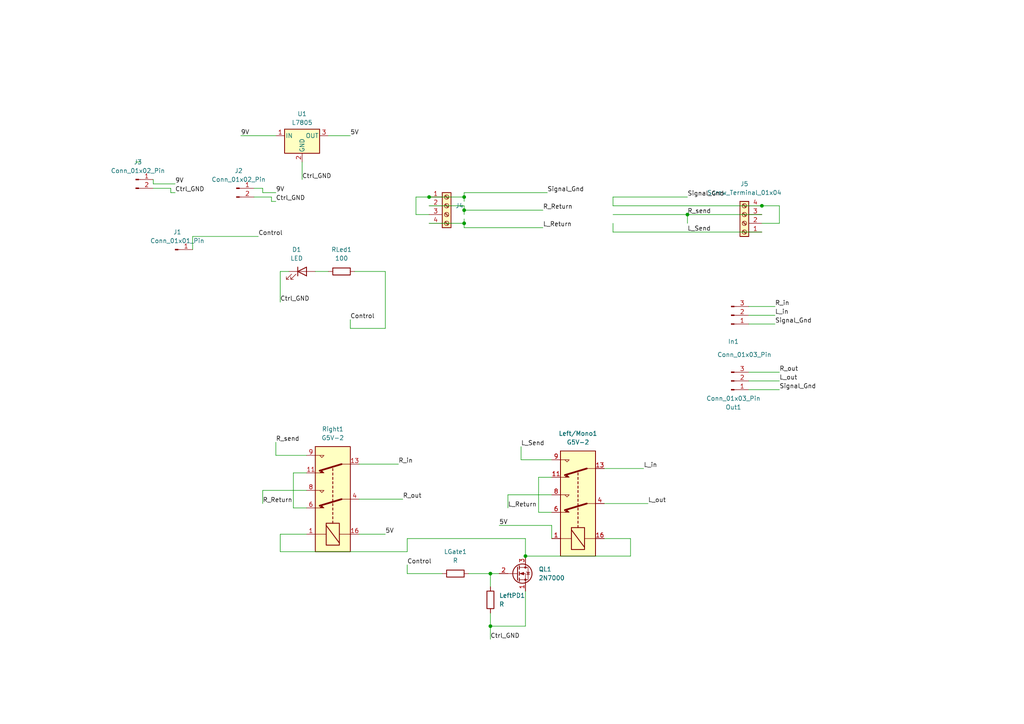
<source format=kicad_sch>
(kicad_sch (version 20230121) (generator eeschema)
  (paper "A4")
  (lib_symbols
    (symbol "Connector:Conn_01x01_Pin" (pin_names (offset 1.016) hide)
      (property "Reference" "J" (at 0 2.54 0))
      (property "Value" "Conn_01x01_Pin" (at 0 -2.54 0))
      (symbol "Conn_01x01_Pin_1_1"
        (polyline (pts (xy 1.27 0) (xy 0.8636 0)) (stroke (width 0.1524)))
        (rectangle (start 0.8636 0.127) (end 0 -0.127) (stroke (width 0.1524)) (fill (type outline)))
        (pin passive line (at 5.08 0 180) (length 3.81) (name "Pin_1") (number "1"))
      )
    )
    (symbol "Connector:Conn_01x02_Pin" (pin_names (offset 1.016) hide)
      (property "Reference" "J" (at 0 2.54 0))
      (property "Value" "Conn_01x02_Pin" (at 0 -5.08 0))
      (symbol "Conn_01x02_Pin_1_1"
        (polyline (pts (xy 1.27 -2.54) (xy 0.8636 -2.54)) (stroke (width 0.1524)))
        (polyline (pts (xy 1.27 0) (xy 0.8636 0)) (stroke (width 0.1524)))
        (rectangle (start 0.8636 -2.413) (end 0 -2.667) (stroke (width 0.1524)) (fill (type outline)))
        (rectangle (start 0.8636 0.127) (end 0 -0.127) (stroke (width 0.1524)) (fill (type outline)))
        (pin passive line (at 5.08 0 180) (length 3.81) (name "Pin_1") (number "1"))
        (pin passive line (at 5.08 -2.54 180) (length 3.81) (name "Pin_2") (number "2"))
      )
    )
    (symbol "Connector:Conn_01x03_Pin" (pin_names (offset 1.016) hide)
      (property "Reference" "J" (at 0 5.08 0))
      (property "Value" "Conn_01x03_Pin" (at 0 -5.08 0))
      (symbol "Conn_01x03_Pin_1_1"
        (polyline (pts (xy 1.27 -2.54) (xy 0.8636 -2.54)) (stroke (width 0.1524)))
        (polyline (pts (xy 1.27 0) (xy 0.8636 0)) (stroke (width 0.1524)))
        (polyline (pts (xy 1.27 2.54) (xy 0.8636 2.54)) (stroke (width 0.1524)))
        (rectangle (start 0.8636 -2.413) (end 0 -2.667) (stroke (width 0.1524)) (fill (type outline)))
        (rectangle (start 0.8636 0.127) (end 0 -0.127) (stroke (width 0.1524)) (fill (type outline)))
        (rectangle (start 0.8636 2.667) (end 0 2.413) (stroke (width 0.1524)) (fill (type outline)))
        (pin passive line (at 5.08 2.54 180) (length 3.81) (name "Pin_1") (number "1"))
        (pin passive line (at 5.08 0 180) (length 3.81) (name "Pin_2") (number "2"))
        (pin passive line (at 5.08 -2.54 180) (length 3.81) (name "Pin_3") (number "3"))
      )
    )
    (symbol "Connector:Screw_Terminal_01x04" (pin_names (offset 1.016) hide)
      (property "Reference" "J" (at 0 5.08 0))
      (property "Value" "Screw_Terminal_01x04" (at 0 -7.62 0))
      (symbol "Screw_Terminal_01x04_1_1"
        (rectangle (start -1.27 3.81) (end 1.27 -6.35) (stroke (width 0.254)) (fill (type background)))
        (circle (center 0 -5.08) (radius 0.635) (stroke (width 0.1524)))
        (circle (center 0 -2.54) (radius 0.635) (stroke (width 0.1524)))
        (polyline (pts (xy -0.5334 -4.7498) (xy 0.3302 -5.588)) (stroke (width 0.1524)))
        (polyline (pts (xy -0.5334 -2.2098) (xy 0.3302 -3.048)) (stroke (width 0.1524)))
        (polyline (pts (xy -0.5334 0.3302) (xy 0.3302 -0.508)) (stroke (width 0.1524)))
        (polyline (pts (xy -0.5334 2.8702) (xy 0.3302 2.032)) (stroke (width 0.1524)))
        (polyline (pts (xy -0.3556 -4.572) (xy 0.508 -5.4102)) (stroke (width 0.1524)))
        (polyline (pts (xy -0.3556 -2.032) (xy 0.508 -2.8702)) (stroke (width 0.1524)))
        (polyline (pts (xy -0.3556 0.508) (xy 0.508 -0.3302)) (stroke (width 0.1524)))
        (polyline (pts (xy -0.3556 3.048) (xy 0.508 2.2098)) (stroke (width 0.1524)))
        (circle (center 0 0) (radius 0.635) (stroke (width 0.1524)))
        (circle (center 0 2.54) (radius 0.635) (stroke (width 0.1524)))
        (pin passive line (at -5.08 2.54 0) (length 3.81) (name "Pin_1") (number "1"))
        (pin passive line (at -5.08 0 0) (length 3.81) (name "Pin_2") (number "2"))
        (pin passive line (at -5.08 -2.54 0) (length 3.81) (name "Pin_3") (number "3"))
        (pin passive line (at -5.08 -5.08 0) (length 3.81) (name "Pin_4") (number "4"))
      )
    )
    (symbol "Device:LED" (pin_numbers hide) (pin_names (offset 1.016) hide)
      (property "Reference" "D" (at 0 2.54 0))
      (property "Value" "LED" (at 0 -2.54 0))
      (symbol "LED_0_1"
        (polyline (pts (xy -1.27 -1.27) (xy -1.27 1.27)) (stroke (width 0.254)))
        (polyline (pts (xy -1.27 0) (xy 1.27 0)))
        (polyline (pts (xy 1.27 -1.27) (xy 1.27 1.27) (xy -1.27 0) (xy 1.27 -1.27)) (stroke (width 0.254)))
        (polyline (pts (xy -3.048 -0.762) (xy -4.572 -2.286) (xy -3.81 -2.286) (xy -4.572 -2.286) (xy -4.572 -1.524)))
        (polyline (pts (xy -1.778 -0.762) (xy -3.302 -2.286) (xy -2.54 -2.286) (xy -3.302 -2.286) (xy -3.302 -1.524)))
      )
      (symbol "LED_1_1"
        (pin passive line (at -3.81 0 0) (length 2.54) (name "K") (number "1"))
        (pin passive line (at 3.81 0 180) (length 2.54) (name "A") (number "2"))
      )
    )
    (symbol "Device:R" (pin_numbers hide) (pin_names (offset 0))
      (property "Reference" "R" (at 2.032 0 90))
      (property "Value" "R" (at 0 0 90))
      (symbol "R_0_1"
        (rectangle (start -1.016 -2.54) (end 1.016 2.54) (stroke (width 0.254)))
      )
      (symbol "R_1_1"
        (pin passive line (at 0 3.81 270) (length 1.27) (name "~") (number "1"))
        (pin passive line (at 0 -3.81 90) (length 1.27) (name "~") (number "2"))
      )
    )
    (symbol "Regulator_Linear:L7805" (pin_names (offset 0.254))
      (property "Reference" "U" (at -3.81 3.175 0))
      (property "Value" "L7805" (at 0 3.175 0))
      (symbol "L7805_0_1"
        (rectangle (start -5.08 1.905) (end 5.08 -5.08) (stroke (width 0.254)) (fill (type background)))
      )
      (symbol "L7805_1_1"
        (pin power_in line (at -7.62 0 0) (length 2.54) (name "IN") (number "1"))
        (pin power_in line (at 0 -7.62 90) (length 2.54) (name "GND") (number "2"))
        (pin power_out line (at 7.62 0 180) (length 2.54) (name "OUT") (number "3"))
      )
    )
    (symbol "Relay:G5V-2"
      (property "Reference" "K" (at 16.51 3.81 0))
      (property "Value" "G5V-2" (at 16.51 1.27 0))
      (symbol "G5V-2_0_1"
        (rectangle (start -15.24 5.08) (end 15.24 -5.08) (stroke (width 0.254)) (fill (type background)))
        (rectangle (start -13.335 1.905) (end -6.985 -1.905) (stroke (width 0.254)))
        (polyline (pts (xy -12.7 -1.905) (xy -7.62 1.905)) (stroke (width 0.254)))
        (polyline (pts (xy -10.16 -5.08) (xy -10.16 -1.905)))
        (polyline (pts (xy -10.16 5.08) (xy -10.16 1.905)))
        (polyline (pts (xy -6.985 0) (xy -6.35 0)) (stroke (width 0.254)))
        (polyline (pts (xy -5.715 0) (xy -5.08 0)) (stroke (width 0.254)))
        (polyline (pts (xy -4.445 0) (xy -3.81 0)) (stroke (width 0.254)))
        (polyline (pts (xy -3.175 0) (xy -2.54 0)) (stroke (width 0.254)))
        (polyline (pts (xy -1.905 0) (xy -1.27 0)) (stroke (width 0.254)))
        (polyline (pts (xy -0.635 0) (xy 0 0)) (stroke (width 0.254)))
        (polyline (pts (xy 0 -2.54) (xy -1.905 3.81)) (stroke (width 0.508)))
        (polyline (pts (xy 0 -2.54) (xy 0 -5.08)))
        (polyline (pts (xy 0.635 0) (xy 1.27 0)) (stroke (width 0.254)))
        (polyline (pts (xy 1.905 0) (xy 2.54 0)) (stroke (width 0.254)))
        (polyline (pts (xy 3.175 0) (xy 3.81 0)) (stroke (width 0.254)))
        (polyline (pts (xy 4.445 0) (xy 5.08 0)) (stroke (width 0.254)))
        (polyline (pts (xy 5.715 0) (xy 6.35 0)) (stroke (width 0.254)))
        (polyline (pts (xy 6.985 0) (xy 7.62 0)) (stroke (width 0.254)))
        (polyline (pts (xy 8.255 0) (xy 8.89 0)) (stroke (width 0.254)))
        (polyline (pts (xy 10.16 -2.54) (xy 8.255 3.81)) (stroke (width 0.508)))
        (polyline (pts (xy 10.16 -2.54) (xy 10.16 -5.08)))
        (polyline (pts (xy -2.54 5.08) (xy -2.54 2.54) (xy -1.905 3.175) (xy -2.54 3.81)) (fill (type outline)))
        (polyline (pts (xy 2.54 5.08) (xy 2.54 2.54) (xy 1.905 3.175) (xy 2.54 3.81)))
        (polyline (pts (xy 7.62 5.08) (xy 7.62 2.54) (xy 8.255 3.175) (xy 7.62 3.81)) (fill (type outline)))
        (polyline (pts (xy 12.7 5.08) (xy 12.7 2.54) (xy 12.065 3.175) (xy 12.7 3.81)))
      )
      (symbol "G5V-2_1_1"
        (pin passive line (at -10.16 7.62 270) (length 2.54) (name "~") (number "1"))
        (pin passive line (at 7.62 7.62 270) (length 2.54) (name "~") (number "11"))
        (pin passive line (at 10.16 -7.62 90) (length 2.54) (name "~") (number "13"))
        (pin passive line (at -10.16 -7.62 90) (length 2.54) (name "~") (number "16"))
        (pin passive line (at 0 -7.62 90) (length 2.54) (name "~") (number "4"))
        (pin passive line (at -2.54 7.62 270) (length 2.54) (name "~") (number "6"))
        (pin passive line (at 2.54 7.62 270) (length 2.54) (name "~") (number "8"))
        (pin passive line (at 12.7 7.62 270) (length 2.54) (name "~") (number "9"))
      )
    )
    (symbol "Transistor_FET:2N7000" (pin_names hide)
      (property "Reference" "Q" (at 5.08 1.905 0))
      (property "Value" "2N7000" (at 5.08 0 0))
      (symbol "2N7000_0_1"
        (polyline (pts (xy 0.254 0) (xy -2.54 0)))
        (polyline (pts (xy 0.254 1.905) (xy 0.254 -1.905)) (stroke (width 0.254)))
        (polyline (pts (xy 0.762 -1.27) (xy 0.762 -2.286)) (stroke (width 0.254)))
        (polyline (pts (xy 0.762 0.508) (xy 0.762 -0.508)) (stroke (width 0.254)))
        (polyline (pts (xy 0.762 2.286) (xy 0.762 1.27)) (stroke (width 0.254)))
        (polyline (pts (xy 2.54 2.54) (xy 2.54 1.778)))
        (polyline (pts (xy 2.54 -2.54) (xy 2.54 0) (xy 0.762 0)))
        (polyline (pts (xy 0.762 -1.778) (xy 3.302 -1.778) (xy 3.302 1.778) (xy 0.762 1.778)))
        (polyline (pts (xy 1.016 0) (xy 2.032 0.381) (xy 2.032 -0.381) (xy 1.016 0)) (fill (type outline)))
        (polyline (pts (xy 2.794 0.508) (xy 2.921 0.381) (xy 3.683 0.381) (xy 3.81 0.254)))
        (polyline (pts (xy 3.302 0.381) (xy 2.921 -0.254) (xy 3.683 -0.254) (xy 3.302 0.381)))
        (circle (center 1.651 0) (radius 2.794) (stroke (width 0.254)))
        (circle (center 2.54 -1.778) (radius 0.254) (fill (type outline)))
        (circle (center 2.54 1.778) (radius 0.254) (fill (type outline)))
      )
      (symbol "2N7000_1_1"
        (pin passive line (at 2.54 -5.08 90) (length 2.54) (name "S") (number "1"))
        (pin input line (at -5.08 0 0) (length 2.54) (name "G") (number "2"))
        (pin passive line (at 2.54 5.08 270) (length 2.54) (name "D") (number "3"))
      )
    )
  )
  (junction (at 152.4 161.29))
  (junction (at 199.39 62.23))
  (junction (at 124.46 57.15))
  (junction (at 220.98 59.69))
  (junction (at 134.62 64.77))
  (junction (at 142.24 166.37))
  (junction (at 134.62 57.15))
  (junction (at 142.24 181.61))
  (junction (at 134.62 60.96))
  (wire (pts (xy 134.62 55.88) (xy 158.75 55.88)))
  (wire (pts (xy 101.6 95.25) (xy 111.76 95.25)))
  (wire (pts (xy 142.24 166.37) (xy 142.24 170.18)))
  (wire (pts (xy 118.11 166.37) (xy 128.27 166.37)))
  (wire (pts (xy 217.17 107.95) (xy 226.06 107.95)))
  (wire (pts (xy 156.21 138.43) (xy 160.02 138.43)))
  (wire (pts (xy 144.78 152.4) (xy 160.02 152.4)))
  (wire (pts (xy 118.11 163.83) (xy 118.11 166.37)))
  (wire (pts (xy 83.82 78.74) (xy 81.28 78.74)))
  (wire (pts (xy 220.98 59.69) (xy 226.06 59.69)))
  (wire (pts (xy 217.17 93.98) (xy 224.79 93.98)))
  (wire (pts (xy 124.46 59.69) (xy 134.62 59.69)))
  (wire (pts (xy 78.74 58.42) (xy 80.01 58.42)))
  (wire (pts (xy 177.8 67.31) (xy 177.8 64.77)))
  (wire (pts (xy 104.14 154.94) (xy 111.76 154.94)))
  (wire (pts (xy 134.62 63.5) (xy 134.62 64.77)))
  (wire (pts (xy 147.32 147.32) (xy 147.32 143.51)))
  (wire (pts (xy 118.11 156.21) (xy 118.11 160.02)))
  (wire (pts (xy 134.62 59.69) (xy 134.62 60.96)))
  (wire (pts (xy 50.8 53.34) (xy 44.45 53.34)))
  (wire (pts (xy 81.28 78.74) (xy 81.28 87.63)))
  (wire (pts (xy 142.24 181.61) (xy 142.24 185.42)))
  (wire (pts (xy 134.62 60.96) (xy 157.48 60.96)))
  (wire (pts (xy 101.6 92.71) (xy 101.6 95.25)))
  (wire (pts (xy 76.2 146.05) (xy 76.2 142.24)))
  (wire (pts (xy 199.39 64.77) (xy 199.39 62.23)))
  (wire (pts (xy 152.4 161.29) (xy 152.4 156.21)))
  (wire (pts (xy 134.62 64.77) (xy 134.62 66.04)))
  (wire (pts (xy 88.9 147.32) (xy 85.09 147.32)))
  (wire (pts (xy 175.26 146.05) (xy 187.96 146.05)))
  (wire (pts (xy 134.62 62.23) (xy 134.62 60.96)))
  (wire (pts (xy 80.01 132.08) (xy 80.01 128.27)))
  (wire (pts (xy 78.74 57.15) (xy 78.74 58.42)))
  (wire (pts (xy 120.65 57.15) (xy 124.46 57.15)))
  (wire (pts (xy 76.2 142.24) (xy 88.9 142.24)))
  (wire (pts (xy 104.14 144.78) (xy 116.84 144.78)))
  (wire (pts (xy 95.25 39.37) (xy 101.6 39.37)))
  (wire (pts (xy 76.2 54.61) (xy 73.66 54.61)))
  (wire (pts (xy 175.26 156.21) (xy 182.88 156.21)))
  (wire (pts (xy 104.14 134.62) (xy 115.57 134.62)))
  (wire (pts (xy 44.45 54.61) (xy 49.53 54.61)))
  (wire (pts (xy 91.44 78.74) (xy 95.25 78.74)))
  (wire (pts (xy 217.17 113.03) (xy 226.06 113.03)))
  (wire (pts (xy 111.76 95.25) (xy 111.76 78.74)))
  (wire (pts (xy 135.89 166.37) (xy 142.24 166.37)))
  (wire (pts (xy 102.87 78.74) (xy 111.76 78.74)))
  (wire (pts (xy 73.66 57.15) (xy 78.74 57.15)))
  (wire (pts (xy 177.8 57.15) (xy 199.39 57.15)))
  (wire (pts (xy 80.01 55.88) (xy 76.2 55.88)))
  (wire (pts (xy 152.4 161.29) (xy 182.88 161.29)))
  (wire (pts (xy 156.21 148.59) (xy 156.21 138.43)))
  (wire (pts (xy 142.24 166.37) (xy 144.78 166.37)))
  (wire (pts (xy 220.98 64.77) (xy 226.06 64.77)))
  (wire (pts (xy 81.28 154.94) (xy 88.9 154.94)))
  (wire (pts (xy 118.11 156.21) (xy 152.4 156.21)))
  (wire (pts (xy 152.4 181.61) (xy 142.24 181.61)))
  (wire (pts (xy 217.17 91.44) (xy 224.79 91.44)))
  (wire (pts (xy 124.46 62.23) (xy 120.65 62.23)))
  (wire (pts (xy 226.06 59.69) (xy 226.06 64.77)))
  (wire (pts (xy 87.63 46.99) (xy 87.63 52.07)))
  (wire (pts (xy 85.09 147.32) (xy 85.09 137.16)))
  (wire (pts (xy 134.62 57.15) (xy 124.46 57.15)))
  (wire (pts (xy 49.53 55.88) (xy 50.8 55.88)))
  (wire (pts (xy 39.37 46.99) (xy 40.64 46.99)))
  (wire (pts (xy 44.45 53.34) (xy 44.45 52.07)))
  (wire (pts (xy 49.53 54.61) (xy 49.53 55.88)))
  (wire (pts (xy 134.62 57.15) (xy 134.62 58.42)))
  (wire (pts (xy 177.8 62.23) (xy 199.39 62.23)))
  (wire (pts (xy 177.8 67.31) (xy 220.98 67.31)))
  (wire (pts (xy 74.93 68.58) (xy 55.88 68.58)))
  (wire (pts (xy 177.8 59.69) (xy 220.98 59.69)))
  (wire (pts (xy 217.17 88.9) (xy 224.79 88.9)))
  (wire (pts (xy 160.02 133.35) (xy 151.13 133.35)))
  (wire (pts (xy 160.02 148.59) (xy 156.21 148.59)))
  (wire (pts (xy 142.24 177.8) (xy 142.24 181.61)))
  (wire (pts (xy 152.4 171.45) (xy 152.4 181.61)))
  (wire (pts (xy 134.62 64.77) (xy 124.46 64.77)))
  (wire (pts (xy 81.28 160.02) (xy 81.28 154.94)))
  (wire (pts (xy 182.88 161.29) (xy 182.88 156.21)))
  (wire (pts (xy 69.85 39.37) (xy 80.01 39.37)))
  (wire (pts (xy 120.65 62.23) (xy 120.65 57.15)))
  (wire (pts (xy 217.17 110.49) (xy 226.06 110.49)))
  (wire (pts (xy 160.02 152.4) (xy 160.02 156.21)))
  (wire (pts (xy 55.88 68.58) (xy 55.88 72.39)))
  (wire (pts (xy 199.39 62.23) (xy 220.98 62.23)))
  (wire (pts (xy 151.13 133.35) (xy 151.13 129.54)))
  (wire (pts (xy 118.11 160.02) (xy 81.28 160.02)))
  (wire (pts (xy 88.9 132.08) (xy 80.01 132.08)))
  (wire (pts (xy 177.8 57.15) (xy 177.8 59.69)))
  (wire (pts (xy 76.2 55.88) (xy 76.2 54.61)))
  (wire (pts (xy 134.62 55.88) (xy 134.62 57.15)))
  (wire (pts (xy 85.09 137.16) (xy 88.9 137.16)))
  (wire (pts (xy 134.62 66.04) (xy 157.48 66.04)))
  (wire (pts (xy 175.26 135.89) (xy 186.69 135.89)))
  (wire (pts (xy 147.32 143.51) (xy 160.02 143.51)))
  (label "5V" (at 101.6 39.37 0))
  (label "L_Return" (at 147.32 147.32 0))
  (label "R_Return" (at 76.2 146.05 0))
  (label "9V" (at 50.8 53.34 0))
  (label "L_out" (at 226.06 110.49 0))
  (label "R_send" (at 199.39 62.23 0))
  (label "R_out" (at 226.06 107.95 0))
  (label "Control" (at 74.93 68.58 0))
  (label "L_out" (at 187.96 146.05 0))
  (label "Control" (at 101.6 92.71 0))
  (label "Signal_Gnd" (at 199.39 57.15 0))
  (label "Ctrl_GND" (at 87.63 52.07 0))
  (label "5V" (at 144.78 152.4 0))
  (label "Ctrl_GND" (at 142.24 185.42 0))
  (label "9V" (at 69.85 39.37 0))
  (label "5V" (at 111.76 154.94 0))
  (label "R_send" (at 80.01 128.27 0))
  (label "L_Return" (at 157.48 66.04 0))
  (label "Ctrl_GND" (at 81.28 87.63 0))
  (label "L_in" (at 186.69 135.89 0))
  (label "R_in" (at 115.57 134.62 0))
  (label "Ctrl_GND" (at 50.8 55.88 0))
  (label "L_in" (at 224.79 91.44 0))
  (label "Control" (at 118.11 163.83 0))
  (label "Signal_Gnd" (at 224.79 93.98 0))
  (label "Ctrl_GND" (at 80.01 58.42 0))
  (label "L_Send" (at 199.39 67.31 0))
  (label "R_out" (at 116.84 144.78 0))
  (label "Signal_Gnd" (at 226.06 113.03 0))
  (label "Signal_Gnd" (at 158.75 55.88 0))
  (label "R_in" (at 224.79 88.9 0))
  (label "L_Send" (at 151.13 129.54 0))
  (label "9V" (at 80.01 55.88 0))
  (label "R_Return" (at 157.48 60.96 0))
  (symbol (lib_id "Connector:Conn_01x01_Pin") (at 50.8 72.39 0) (unit 1)
    (property "Reference" "J1" (at 51.435 67.31 0))
    (property "Value" "Conn_01x01_Pin" (at 51.435 69.85 0))
    (property "Footprint" "Connector_PinHeader_2.54mm:PinHeader_1x01_P2.54mm_Vertical" (effects hide))
  )
  (symbol (lib_id "Device:LED") (at 87.63 78.74 0) (unit 1)
    (property "Reference" "D1" (at 86.0425 72.39 0))
    (property "Value" "LED" (at 86.0425 74.93 0))
    (property "Footprint" "LED_THT:LED_D5.0mm" (effects hide))
  )
  (symbol (lib_id "Relay:G5V-2") (at 96.52 144.78 90) (unit 1)
    (property "Reference" "Right1" (at 96.52 124.46 90))
    (property "Value" "G5V-2" (at 96.52 127 90))
    (property "Footprint" "Relay_THT:Relay_DPDT_Omron_G5V-2" (effects hide))
    (property "Datasheet" "http://omronfs.omron.com/en_US/ecb/products/pdf/en-g5v_2.pdf" (effects hide))
  )
  (symbol (lib_id "Device:R") (at 132.08 166.37 90) (unit 1)
    (property "Reference" "LGate1" (at 132.08 160.02 90))
    (property "Value" "R" (at 132.08 162.56 90))
    (property "Footprint" "Resistor_THT:R_Axial_DIN0207_L6.3mm_D2.5mm_P7.62mm_Horizontal" (effects hide))
  )
  (symbol (lib_id "Connector:Conn_01x02_Pin") (at 39.37 52.07 0) (unit 1)
    (property "Reference" "J3" (at 40.005 46.99 0))
    (property "Value" "Conn_01x02_Pin" (at 40.005 49.53 0))
    (property "Footprint" "Connector_PinHeader_2.54mm:PinHeader_2x01_P2.54mm_Vertical" (effects hide))
  )
  (symbol (lib_id "Connector:Conn_01x03_Pin") (at 212.09 91.44 0) (mirror x) (unit 1)
    (property "Reference" "In1" (at 212.725 99.06 0))
    (property "Value" "Conn_01x03_Pin" (at 215.9 102.87 0))
    (property "Footprint" "Connector_PinHeader_2.54mm:PinHeader_1x03_P2.54mm_Vertical" (effects hide))
  )
  (symbol (lib_id "Device:R") (at 142.24 173.99 0) (unit 1)
    (property "Reference" "LeftPD1" (at 144.78 172.72 0) (effects (justify left)))
    (property "Value" "R" (at 144.78 175.26 0) (effects (justify left)))
    (property "Footprint" "Resistor_THT:R_Axial_DIN0207_L6.3mm_D2.5mm_P7.62mm_Horizontal" (effects hide))
  )
  (symbol (lib_id "Connector:Screw_Terminal_01x04") (at 129.54 59.69 0) (unit 1)
    (property "Reference" "J4" (at 132.08 59.69 0) (effects (justify left)))
    (property "Value" "Screw_Terminal_01x04" (effects hide))
    (property "Footprint" "TB001_500_04BE:CUI_TB001-500-04BE" (effects hide))
  )
  (symbol (lib_id "Transistor_FET:2N7000") (at 149.86 166.37 0) (unit 1)
    (property "Reference" "QL1" (at 156.21 165.1 0) (effects (justify left)))
    (property "Value" "2N7000" (at 156.21 167.64 0) (effects (justify left)))
    (property "Footprint" "Package_TO_SOT_THT:TO-92_Inline" (effects hide))
    (property "Datasheet" "https://www.vishay.com/docs/70226/70226.pdf" (effects hide))
  )
  (symbol (lib_id "Relay:G5V-2") (at 167.64 146.05 90) (unit 1)
    (property "Reference" "Left/Mono1" (at 167.64 125.73 90))
    (property "Value" "G5V-2" (at 167.64 128.27 90))
    (property "Footprint" "Relay_THT:Relay_DPDT_Omron_G5V-2" (effects hide))
    (property "Datasheet" "http://omronfs.omron.com/en_US/ecb/products/pdf/en-g5v_2.pdf" (effects hide))
  )
  (symbol (lib_id "Regulator_Linear:L7805") (at 87.63 39.37 0) (unit 1)
    (property "Reference" "U1" (at 87.63 33.02 0))
    (property "Value" "L7805" (at 87.63 35.56 0))
    (property "Footprint" "Package_TO_SOT_THT:TO-220-3_Vertical" (effects hide))
    (property "Datasheet" "http://www.st.com/content/ccc/resource/technical/document/datasheet/41/4f/b3/b0/12/d4/47/88/CD00000444.pdf/files/CD00000444.pdf/jcr:content/translations/en.CD00000444.pdf" (effects hide))
  )
  (symbol (lib_id "Device:R") (at 99.06 78.74 270) (unit 1)
    (property "Reference" "RLed1" (at 99.06 72.39 90))
    (property "Value" "100" (at 99.06 74.93 90))
    (property "Footprint" "Resistor_THT:R_Axial_DIN0207_L6.3mm_D2.5mm_P7.62mm_Horizontal" (effects hide))
  )
  (symbol (lib_id "Connector:Conn_01x03_Pin") (at 212.09 110.49 0) (mirror x) (unit 1)
    (property "Reference" "Out1" (at 212.725 118.11 0))
    (property "Value" "Conn_01x03_Pin" (at 212.725 115.57 0))
    (property "Footprint" "Connector_PinHeader_2.54mm:PinHeader_1x03_P2.54mm_Vertical" (effects hide))
  )
  (symbol (lib_id "Connector:Screw_Terminal_01x04") (at 215.9 64.77 180) (unit 1)
    (property "Reference" "J5" (at 215.9 53.34 0))
    (property "Value" "Screw_Terminal_01x04" (at 215.9 55.88 0))
    (property "Footprint" "TB001_500_04BE:CUI_TB001-500-04BE" (effects hide))
  )
  (symbol (lib_id "Connector:Conn_01x02_Pin") (at 68.58 54.61 0) (unit 1)
    (property "Reference" "J2" (at 69.215 49.53 0))
    (property "Value" "Conn_01x02_Pin" (at 69.215 52.07 0))
    (property "Footprint" "Connector_PinHeader_2.54mm:PinHeader_2x01_P2.54mm_Vertical" (effects hide))
  )
)
</source>
